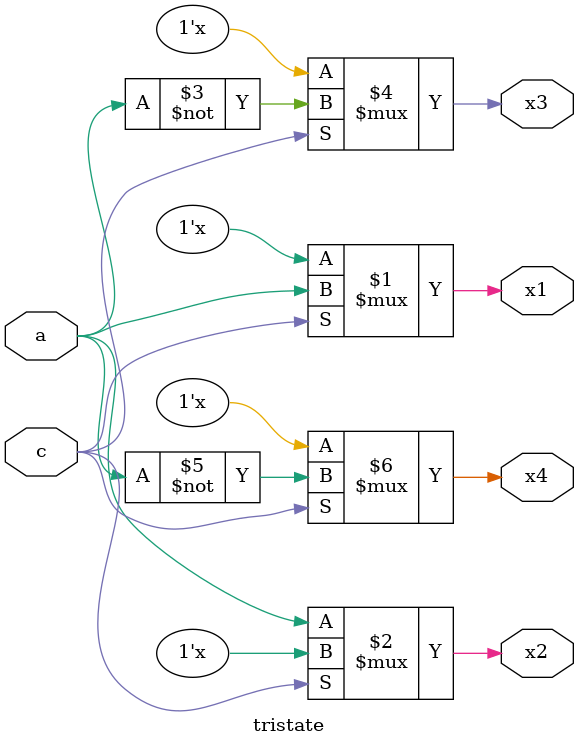
<source format=v>
	
module tristate(input a,c, output x1,x2,x3,x4);
		//tri-state buffer enable high
	bufif1 b1(x1,a,c);
		//tri-state buffer enable low
	bufif0 b2(x2,a,c);
		//tri-state inverter enable high
	notif1 b3(x3,a,c);
		//tri-state inverter enable low
	notif0 b4(x4,a,c);
	//end of module
endmodule

</source>
